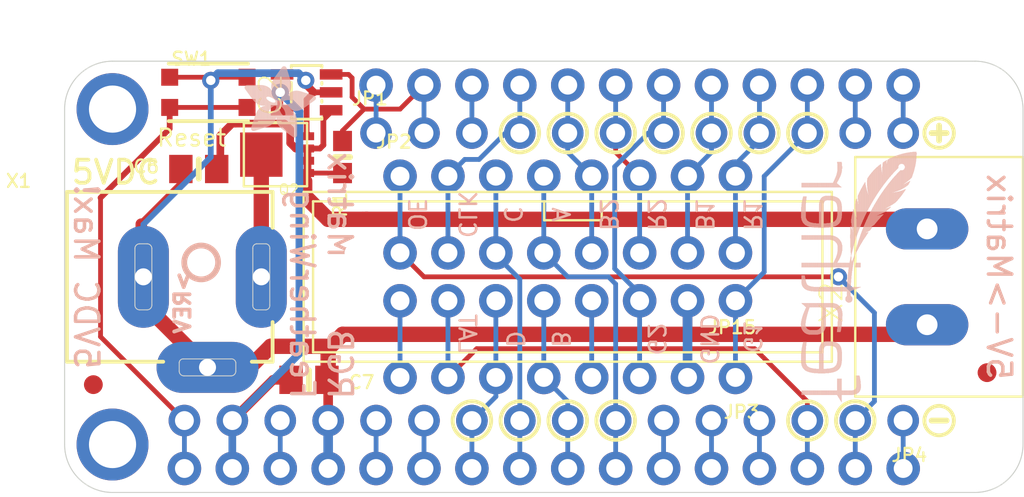
<source format=kicad_pcb>
(kicad_pcb (version 20211014) (generator pcbnew)
  (layers (0 "F.Cu" signal) (31 "B.Cu" signal) (34 "B.Paste" user) (35 "F.Paste" user) (36 "B.SilkS" user "B.Silkscreen") (37 "F.SilkS" user "F.Silkscreen") (38 "B.Mask" user) (39 "F.Mask" user) (44 "Edge.Cuts" user))
  (net 0 "")
  (net 1 "MISO")
  (net 2 "MOSI")
  (net 3 "SCK")
  (net 4 "RESET")
  (net 5 "VBAT")
  (net 6 "USB")
  (net 7 "SCL")
  (net 8 "SDA")
  (net 9 "GND")
  (net 10 "EN")
  (net 11 "G")
  (net 12 "AREF")
  (net 13 "A1")
  (net 14 "A0")
  (net 15 "R1")
  (net 16 "B1")
  (net 17 "R2")
  (net 18 "B2")
  (net 19 "ADDR_A")
  (net 20 "ADDR_C")
  (net 21 "LAT")
  (net 22 "G1")
  (net 23 "E'")
  (net 24 "E''")
  (net 25 "+5V")
  (net 26 "ADDR_B")
  (net 27 "CLK")
  (net 28 "OE")
  (net 29 "G2")
  (net 30 "ADDR_D")
  (net 31 "+3V3")
  (net 32 "VIN")
  (footprint "boardEagle:DCJACK_2MM_PTH" (layer "F.Cu") (at 119.9261 105.0036)
    (fp_text reference "X1" (at 0 -5.08) (layer "F.SilkS") (effects (font (size 0.692831 0.692831) (thickness 0.119969)) (justify left)))
    (fp_text value "")
    (fp_line (start 9.25 4.9992) (end 9.25 4.55) (layer "Edge.Cuts") (width 0.05))
    (fp_line (start 13.35 -1.75) (end 13.85 -1.75) (layer "Edge.Cuts") (width 0.05))
    (fp_line (start 7.5492 1.75) (end 7.1508 1.75) (layer "Edge.Cuts") (width 0.05))
    (fp_line (start 7.1508 -1.75) (end 7.5492 -1.75) (layer "Edge.Cuts") (width 0.05))
    (fp_line (start 13.1508 1.5) (end 13.1508 -1.5) (layer "Edge.Cuts") (width 0.05))
    (fp_line (start 13.85 1.75) (end 13.35 1.75) (layer "Edge.Cuts") (width 0.05))
    (fp_line (start 7.7992 -1.5) (end 7.7992 1.5) (layer "Edge.Cuts") (width 0.05))
    (fp_line (start 14.0492 -1.5) (end 14.0492 1.5) (layer "Edge.Cuts") (width 0.05))
    (fp_line (start 12.25 4.55) (end 12.25 4.9992) (layer "Edge.Cuts") (width 0.05))
    (fp_line (start 12 5.2492) (end 9.5 5.2492) (layer "Edge.Cuts") (width 0.05))
    (fp_line (start 6.9008 1.5) (end 6.9008 -1.5) (layer "Edge.Cuts") (width 0.05))
    (fp_line (start 9.4746 4.3508) (end 11.9746 4.3508) (layer "Edge.Cuts") (width 0.05))
    (fp_arc (start 12.25 4.9992) (mid 12.176777 5.175977) (end 12 5.2492) (layer "Edge.Cuts") (width 0.05))
    (fp_arc (start 14.0492 1.5) (mid 14.001377 1.666256) (end 13.85 1.75) (layer "Edge.Cuts") (width 0.05))
    (fp_arc (start 13.35 1.75) (mid 13.198623 1.666256) (end 13.1508 1.5) (layer "Edge.Cuts") (width 0.05))
    (fp_arc (start 13.1508 -1.5) (mid 13.198623 -1.666256) (end 13.35 -1.75) (layer "Edge.Cuts") (width 0.05))
    (fp_arc (start 7.5492 -1.75) (mid 7.725977 -1.676777) (end 7.7992 -1.5) (layer "Edge.Cuts") (width 0.05))
    (fp_arc (start 9.5 5.2492) (mid 9.323223 5.175977) (end 9.25 4.9992) (layer "Edge.Cuts") (width 0.05))
    (fp_arc (start 9.25 4.55) (mid 9.321044 4.403884) (end 9.4746 4.3508) (layer "Edge.Cuts") (width 0.05))
    (fp_arc (start 7.7992 1.5) (mid 7.725977 1.676777) (end 7.5492 1.75) (layer "Edge.Cuts") (width 0.05))
    (fp_arc (start 13.85 -1.75) (mid 14.001377 -1.666256) (end 14.0492 -1.5) (layer "Edge.Cuts") (width 0.05))
    (fp_arc (start 11.9746 4.3508) (mid 12.153556 4.393363) (end 12.25 4.55) (layer "Edge.Cuts") (width 0.05))
    (fp_arc (start 7.1508 1.75) (mid 6.974023 1.676777) (end 6.9008 1.5) (layer "Edge.Cuts") (width 0.05))
    (fp_arc (start 6.9008 -1.5) (mid 6.974023 -1.676777) (end 7.1508 -1.75) (layer "Edge.Cuts") (width 0.05))
    (pad "GND" thru_hole oval (at 7.35 0 270) (size 5.4 2.7) (drill 0.9) (layers *.Cu *.Mask) (net 9 "GND"))
    (pad "GNDBREAK" thru_hole oval (at 10.75 4.8) (size 5.4 2.7) (drill 0.9) (layers *.Cu *.Mask) (net 9 "GND"))
    (pad "PWR" thru_hole oval (at 13.6 0 270) (size 5.4 2.7) (drill 0.9) (layers *.Cu *.Mask) (net 32 "VIN"))
  )
  (footprint "boardEagle:SYMBOL_PLUS" (layer "F.Cu") (at 169.4561 97.3836)
    (fp_text reference "U$1" hide)
    (fp_text value "" hide)
  )
  (footprint "" (layer "F.Cu") (at 138.3411 103.7336)
    (fp_text reference "@HOLE0" hide)
    (fp_text value "" (at 0 0) (layer "F.SilkS") (effects (font (size 1.27 1.27))))
    (pad "" np_thru_hole circle (at 0 0) (size 0.8 0.8) (drill 0.8) (layers *.Cu *.Mask))
  )
  (footprint "boardEagle:0603-NO" (layer "F.Cu") (at 137.8331 98.6536 -90)
    (fp_text reference "R1" (at 1.778 0.127 90) (layer "F.SilkS") (effects (font (size 0.692831 0.692831) (thickness 0.119969)) (justify right)))
    (fp_text value "100K")
    (pad "1" smd rect (at -0.85 0 270) (size 1.075 1) (layers "F.Cu" "F.Paste" "F.Mask") (net 10 "EN"))
    (pad "2" smd rect (at 0.85 0 270) (size 1.075 1) (layers "F.Cu" "F.Paste" "F.Mask") (net 25 "+5V"))
  )
  (footprint "boardEagle:POWERDI3333" (layer "F.Cu") (at 134.2771 98.5266 180)
    (fp_text reference "Q2" (at -1.3 -1.85) (layer "F.SilkS") (effects (font (size 0.545226 0.545226) (thickness 0.064374)) (justify right)))
    (fp_text value "AON7401")
    (pad "1" smd rect (at -1.7 -0.975 180) (size 0.7 0.42) (layers "F.Cu" "F.Paste" "F.Mask") (net 25 "+5V"))
    (pad "2" smd rect (at -1.7 -0.325 180) (size 0.7 0.42) (layers "F.Cu" "F.Paste" "F.Mask") (net 25 "+5V"))
    (pad "3" smd rect (at -1.7 0.325 180) (size 0.7 0.42) (layers "F.Cu" "F.Paste" "F.Mask") (net 25 "+5V"))
    (pad "4" smd rect (at -1.7 0.975 180) (size 0.7 0.42) (layers "F.Cu" "F.Paste" "F.Mask") (net 9 "GND"))
    (pad "5678" smd rect (at 0.75 0 90) (size 2.35 2.25) (layers "F.Cu" "F.Paste" "F.Mask") (net 32 "VIN"))
  )
  (footprint "boardEagle:2X08_SHROUDED" (layer "F.Cu") (at 149.7711 105.0036 180)
    (fp_text reference "JP15" (at -10.06 -2.675) (layer "F.SilkS") (effects (font (size 0.692831 0.692831) (thickness 0.119969)) (justify right)))
    (fp_text value "Shrouded 2x8")
    (pad "1" thru_hole circle (at -8.89 1.27 180) (size 1.778 1.778) (drill 1) (layers *.Cu *.Mask) (net 15 "R1"))
    (pad "2" thru_hole circle (at -8.89 -1.27 180) (size 1.778 1.778) (drill 1) (layers *.Cu *.Mask) (net 22 "G1"))
    (pad "3" thru_hole circle (at -6.35 1.27 180) (size 1.778 1.778) (drill 1) (layers *.Cu *.Mask) (net 16 "B1"))
    (pad "4" thru_hole circle (at -6.35 -1.27 180) (size 1.778 1.778) (drill 1) (layers *.Cu *.Mask) (net 9 "GND"))
    (pad "5" thru_hole circle (at -3.81 1.27 180) (size 1.778 1.778) (drill 1) (layers *.Cu *.Mask) (net 17 "R2"))
    (pad "6" thru_hole circle (at -3.81 -1.27 180) (size 1.778 1.778) (drill 1) (layers *.Cu *.Mask) (net 29 "G2"))
    (pad "7" thru_hole circle (at -1.27 1.27 180) (size 1.778 1.778) (drill 1) (layers *.Cu *.Mask) (net 18 "B2"))
    (pad "8" thru_hole circle (at -1.27 -1.27 180) (size 1.778 1.778) (drill 1) (layers *.Cu *.Mask) (net 23 "E'"))
    (pad "9" thru_hole circle (at 1.27 1.27 180) (size 1.778 1.778) (drill 1) (layers *.Cu *.Mask) (net 19 "ADDR_A"))
    (pad "10" thru_hole circle (at 1.27 -1.27 180) (size 1.778 1.778) (drill 1) (layers *.Cu *.Mask) (net 26 "ADDR_B"))
    (pad "11" thru_hole circle (at 3.81 1.27 180) (size 1.778 1.778) (drill 1) (layers *.Cu *.Mask) (net 20 "ADDR_C"))
    (pad "12" thru_hole circle (at 3.81 -1.27 180) (size 1.778 1.778) (drill 1) (layers *.Cu *.Mask) (net 30 "ADDR_D"))
    (pad "13" thru_hole circle (at 6.35 1.27 180) (size 1.778 1.778) (drill 1) (layers *.Cu *.Mask) (net 27 "CLK"))
    (pad "14" thru_hole circle (at 6.35 -1.27 180) (size 1.778 1.778) (drill 1) (layers *.Cu *.Mask) (net 21 "LAT"))
    (pad "15" thru_hole circle (at 8.89 1.27 180) (size 1.778 1.778) (drill 1) (layers *.Cu *.Mask) (net 28 "OE"))
    (pad "16" thru_hole circle (at 8.89 -1.27 180) (size 1.778 1.778) (drill 1) (layers *.Cu *.Mask) (net 24 "E''"))
  )
  (footprint "boardEagle:0805-NO" (layer "F.Cu") (at 130.2131 99.2886 180)
    (fp_text reference "C6" (at 2.032 0.127) (layer "F.SilkS") (effects (font (size 0.692831 0.692831) (thickness 0.119969)) (justify right)))
    (fp_text value "10uF")
    (pad "1" smd rect (at -0.95 0 180) (size 1.24 1.5) (layers "F.Cu" "F.Paste" "F.Mask") (net 25 "+5V"))
    (pad "2" smd rect (at 0.95 0 180) (size 1.24 1.5) (layers "F.Cu" "F.Paste" "F.Mask") (net 9 "GND"))
  )
  (footprint "boardEagle:0805-NO" (layer "F.Cu") (at 136.0551 110.4646)
    (fp_text reference "C7" (at 2.032 0.127) (layer "F.SilkS") (effects (font (size 0.692831 0.692831) (thickness 0.119969)) (justify left)))
    (fp_text value "10uF")
    (pad "1" smd rect (at -0.95 0) (size 1.24 1.5) (layers "F.Cu" "F.Paste" "F.Mask") (net 31 "+3V3"))
    (pad "2" smd rect (at 0.95 0) (size 1.24 1.5) (layers "F.Cu" "F.Paste" "F.Mask") (net 9 "GND"))
  )
  (footprint "boardEagle:1X08_ROUND_70" (layer "F.Cu") (at 149.7711 99.6696)
    (fp_text reference "JP2" (at -10.2362 -1.8288) (layer "F.SilkS") (effects (font (size 0.692831 0.692831) (thickness 0.119969)) (justify left)))
    (fp_text value "")
    (pad "1" thru_hole circle (at -8.89 0 90) (size 1.778 1.778) (drill 1) (layers *.Cu *.Mask) (net 28 "OE"))
    (pad "2" thru_hole circle (at -6.35 0 90) (size 1.778 1.778) (drill 1) (layers *.Cu *.Mask) (net 27 "CLK"))
    (pad "3" thru_hole circle (at -3.81 0 90) (size 1.778 1.778) (drill 1) (layers *.Cu *.Mask) (net 20 "ADDR_C"))
    (pad "4" thru_hole circle (at -1.27 0 90) (size 1.778 1.778) (drill 1) (layers *.Cu *.Mask) (net 19 "ADDR_A"))
    (pad "5" thru_hole circle (at 1.27 0 90) (size 1.778 1.778) (drill 1) (layers *.Cu *.Mask) (net 18 "B2"))
    (pad "6" thru_hole circle (at 3.81 0 90) (size 1.778 1.778) (drill 1) (layers *.Cu *.Mask) (net 17 "R2"))
    (pad "7" thru_hole circle (at 6.35 0 90) (size 1.778 1.778) (drill 1) (layers *.Cu *.Mask) (net 16 "B1"))
    (pad "8" thru_hole circle (at 8.89 0 90) (size 1.778 1.778) (drill 1) (layers *.Cu *.Mask) (net 15 "R1"))
  )
  (footprint "boardEagle:1X08_ROUND_70" (layer "F.Cu") (at 149.7711 110.3376 180)
    (fp_text reference "JP3" (at -10.2362 -1.8288) (layer "F.SilkS") (effects (font (size 0.692831 0.692831) (thickness 0.119969)) (justify right)))
    (fp_text value "")
    (pad "1" thru_hole circle (at -8.89 0 270) (size 1.778 1.778) (drill 1) (layers *.Cu *.Mask) (net 22 "G1"))
    (pad "2" thru_hole circle (at -6.35 0 270) (size 1.778 1.778) (drill 1) (layers *.Cu *.Mask) (net 9 "GND"))
    (pad "3" thru_hole circle (at -3.81 0 270) (size 1.778 1.778) (drill 1) (layers *.Cu *.Mask) (net 29 "G2"))
    (pad "4" thru_hole circle (at -1.27 0 270) (size 1.778 1.778) (drill 1) (layers *.Cu *.Mask) (net 23 "E'"))
    (pad "5" thru_hole circle (at 1.27 0 270) (size 1.778 1.778) (drill 1) (layers *.Cu *.Mask) (net 26 "ADDR_B"))
    (pad "6" thru_hole circle (at 3.81 0 270) (size 1.778 1.778) (drill 1) (layers *.Cu *.Mask) (net 30 "ADDR_D"))
    (pad "7" thru_hole circle (at 6.35 0 270) (size 1.778 1.778) (drill 1) (layers *.Cu *.Mask) (net 21 "LAT"))
    (pad "8" thru_hole circle (at 8.89 0 270) (size 1.778 1.778) (drill 1) (layers *.Cu *.Mask) (net 24 "E''"))
  )
  (footprint "boardEagle:FEATHERWING" (layer "F.Cu") (at 123.1011 116.4336)
    (fp_text reference "MS1" hide)
    (fp_text value "FEATHERWING" hide)
    (fp_line (start 2.54 0) (end 48.26 0) (layer "Edge.Cuts") (width 0.05))
    (fp_line (start 50.8 -2.54) (end 50.8 -20.32) (layer "Edge.Cuts") (width 0.05))
    (fp_line (start 48.26 -22.86) (end 2.54 -22.86) (layer "Edge.Cuts") (width 0.05))
    (fp_line (start 0 -20.32) (end 0 -2.54) (layer "Edge.Cuts") (width 0.05))
    (fp_arc (start 2.54 0) (mid 0.743949 -0.743949) (end 0 -2.54) (layer "Edge.Cuts") (width 0.05))
    (fp_arc (start 0 -20.32) (mid 0.743949 -22.116051) (end 2.54 -22.86) (layer "Edge.Cuts") (width 0.05))
    (fp_arc (start 50.8 -2.54) (mid 50.056051 -0.743949) (end 48.26 0) (layer "Edge.Cuts") (width 0.05))
    (fp_arc (start 48.26 -22.86) (mid 50.056051 -22.116051) (end 50.8 -20.32) (layer "Edge.Cuts") (width 0.05))
    (pad "" np_thru_hole circle (at 48.26 -20.32) (size 2.54 2.54) (drill 2.54) (layers *.Cu *.Mask))
    (pad "" np_thru_hole circle (at 48.26 -2.54) (size 2.54 2.54) (drill 2.54) (layers *.Cu *.Mask))
    (pad "1" thru_hole circle (at 6.35 -1.27) (size 1.778 1.778) (drill 1) (layers *.Cu *.Mask) (net 4 "RESET"))
    (pad "2" thru_hole circle (at 8.89 -1.27) (size 1.778 1.778) (drill 1) (layers *.Cu *.Mask) (net 31 "+3V3"))
    (pad "3" thru_hole circle (at 11.43 -1.27) (size 1.778 1.778) (drill 1) (layers *.Cu *.Mask) (net 12 "AREF"))
    (pad "4" thru_hole circle (at 13.97 -1.27) (size 1.778 1.778) (drill 1) (layers *.Cu *.Mask) (net 9 "GND"))
    (pad "5" thru_hole circle (at 16.51 -1.27) (size 1.778 1.778) (drill 1) (layers *.Cu *.Mask) (net 14 "A0"))
    (pad "6" thru_hole circle (at 19.05 -1.27) (size 1.778 1.778) (drill 1) (layers *.Cu *.Mask) (net 13 "A1"))
    (pad "7" thru_hole circle (at 21.59 -1.27) (size 1.778 1.778) (drill 1) (layers *.Cu *.Mask) (net 30 "ADDR_D"))
    (pad "8" thru_hole circle (at 24.13 -1.27) (size 1.778 1.778) (drill 1) (layers *.Cu *.Mask) (net 20 "ADDR_C"))
    (pad "9" thru_hole circle (at 26.67 -1.27) (size 1.778 1.778) (drill 1) (layers *.Cu *.Mask) (net 26 "ADDR_B"))
    (pad "10" thru_hole circle (at 29.21 -1.27) (size 1.778 1.778) (drill 1) (layers *.Cu *.Mask) (net 19 "ADDR_A"))
    (pad "11" thru_hole circle (at 31.75 -1.27) (size 1.778 1.778) (drill 1) (layers *.Cu *.Mask) (net 3 "SCK"))
    (pad "12" thru_hole circle (at 34.29 -1.27) (size 1.778 1.778) (drill 1) (layers *.Cu *.Mask) (net 2 "MOSI"))
    (pad "13" thru_hole circle (at 36.83 -1.27) (size 1.778 1.778) (drill 1) (layers *.Cu *.Mask) (net 1 "MISO"))
    (pad "14" thru_hole circle (at 39.37 -1.27) (size 1.778 1.778) (drill 1) (layers *.Cu *.Mask) (net 21 "LAT"))
    (pad "15" thru_hole circle (at 41.91 -1.27) (size 1.778 1.778) (drill 1) (layers *.Cu *.Mask) (net 28 "OE"))
    (pad "16" thru_hole circle (at 44.45 -1.27) (size 1.778 1.778) (drill 1) (layers *.Cu *.Mask) (net 11 "G"))
    (pad "17" thru_hole circle (at 44.45 -21.59) (size 1.778 1.778) (drill 1) (layers *.Cu *.Mask) (net 8 "SDA"))
    (pad "18" thru_hole circle (at 41.91 -21.59) (size 1.778 1.778) (drill 1) (layers *.Cu *.Mask) (net 7 "SCL"))
    (pad "19" thru_hole circle (at 39.37 -21.59) (size 1.778 1.778) (drill 1) (layers *.Cu *.Mask) (net 22 "G1"))
    (pad "20" thru_hole circle (at 36.83 -21.59) (size 1.778 1.778) (drill 1) (layers *.Cu *.Mask) (net 15 "R1"))
    (pad "21" thru_hole circle (at 34.29 -21.59) (size 1.778 1.778) (drill 1) (layers *.Cu *.Mask) (net 16 "B1"))
    (pad "22" thru_hole circle (at 31.75 -21.59) (size 1.778 1.778) (drill 1) (layers *.Cu *.Mask) (net 29 "G2"))
    (pad "23" thru_hole circle (at 29.21 -21.59) (size 1.778 1.778) (drill 1) (layers *.Cu *.Mask) (net 17 "R2"))
    (pad "24" thru_hole circle (at 26.67 -21.59) (size 1.778 1.778) (drill 1) (layers *.Cu *.Mask) (net 18 "B2"))
    (pad "25" thru_hole circle (at 24.13 -21.59) (size 1.778 1.778) (drill 1) (layers *.Cu *.Mask) (net 27 "CLK"))
    (pad "26" thru_hole circle (at 21.59 -21.59) (size 1.778 1.778) (drill 1) (layers *.Cu *.Mask) (net 6 "USB"))
    (pad "27" thru_hole circle (at 19.05 -21.59) (size 1.778 1.778) (drill 1) (layers *.Cu *.Mask) (net 10 "EN"))
    (pad "28" thru_hole circle (at 16.51 -21.59) (size 1.778 1.778) (drill 1) (layers *.Cu *.Mask) (net 5 "VBAT"))
    (pad "P$1" thru_hole circle (at 2.54 -20.32) (size 3.81 3.81) (drill 2.5) (layers *.Cu *.Mask))
    (pad "P$2" thru_hole circle (at 2.54 -2.54) (size 3.81 3.81) (drill 2.5) (layers *.Cu *.Mask))
  )
  (footprint "boardEagle:BTN_KMR2_4.6X2.8" (layer "F.Cu") (at 130.7211 95.2246)
    (fp_text reference "SW1" (at -2.032 -1.778) (layer "F.SilkS") (effects (font (size 0.692831 0.692831) (thickness 0.119969)) (justify left)))
    (fp_text value "KMR2")
    (pad "A" smd rect (at 2.05 -0.8) (size 0.9 0.9) (layers "F.Cu" "F.Paste" "F.Mask") (net 9 "GND"))
    (pad "A'" smd rect (at -2.05 -0.8) (size 0.9 0.9) (layers "F.Cu" "F.Paste" "F.Mask") (net 9 "GND"))
    (pad "B" smd rect (at 2.05 0.8) (size 0.9 0.9) (layers "F.Cu" "F.Paste" "F.Mask") (net 4 "RESET"))
    (pad "B'" smd rect (at -2.05 0.8) (size 0.9 0.9) (layers "F.Cu" "F.Paste" "F.Mask") (net 4 "RESET"))
  )
  (footprint "boardEagle:1X16_ROUND" (layer "F.Cu") (at 148.5011 112.6236 180)
    (fp_text reference "JP4" (at -20.3962 -1.8288) (layer "F.SilkS") (effects (font (size 0.692831 0.692831) (thickness 0.119969)) (justify right)))
    (fp_text value "")
    (pad "1" thru_hole circle (at -19.05 0 270) (size 1.6764 1.6764) (drill 1) (layers *.Cu *.Mask) (net 11 "G"))
    (pad "2" thru_hole circle (at -16.51 0 270) (size 1.6764 1.6764) (drill 1) (layers *.Cu *.Mask) (net 28 "OE"))
    (pad "3" thru_hole circle (at -13.97 0 270) (size 1.6764 1.6764) (drill 1) (layers *.Cu *.Mask) (net 21 "LAT"))
    (pad "4" thru_hole circle (at -11.43 0 270) (size 1.6764 1.6764) (drill 1) (layers *.Cu *.Mask) (net 1 "MISO"))
    (pad "5" thru_hole circle (at -8.89 0 270) (size 1.6764 1.6764) (drill 1) (layers *.Cu *.Mask) (net 2 "MOSI"))
    (pad "6" thru_hole circle (at -6.35 0 270) (size 1.6764 1.6764) (drill 1) (layers *.Cu *.Mask) (net 3 "SCK"))
    (pad "7" thru_hole circle (at -3.81 0 270) (size 1.6764 1.6764) (drill 1) (layers *.Cu *.Mask) (net 19 "ADDR_A"))
    (pad "8" thru_hole circle (at -1.27 0 270) (size 1.6764 1.6764) (drill 1) (layers *.Cu *.Mask) (net 26 "ADDR_B"))
    (pad "9" thru_hole circle (at 1.27 0 270) (size 1.6764 1.6764) (drill 1) (layers *.Cu *.Mask) (net 20 "ADDR_C"))
    (pad "10" thru_hole circle (at 3.81 0 270) (size 1.6764 1.6764) (drill 1) (layers *.Cu *.Mask) (net 30 "ADDR_D"))
    (pad "11" thru_hole circle (at 6.35 0 270) (size 1.6764 1.6764) (drill 1) (layers *.Cu *.Mask) (net 13 "A1"))
    (pad "12" thru_hole circle (at 8.89 0 270) (size 1.6764 1.6764) (drill 1) (layers *.Cu *.Mask) (net 14 "A0"))
    (pad "13" thru_hole circle (at 11.43 0 270) (size 1.6764 1.6764) (drill 1) (layers *.Cu *.Mask) (net 9 "GND"))
    (pad "14" thru_hole circle (at 13.97 0 270) (size 1.6764 1.6764) (drill 1) (layers *.Cu *.Mask) (net 12 "AREF"))
    (pad "15" thru_hole circle (at 16.51 0 270) (size 1.6764 1.6764) (drill 1) (layers *.Cu *.Mask) (net 31 "+3V3"))
    (pad "16" thru_hole circle (at 19.05 0 270) (size 1.6764 1.6764) (drill 1) (layers *.Cu *.Mask) (net 4 "RESET"))
  )
  (footprint "boardEagle:SOT23-5L" (layer "F.Cu") (at 135.9281 95.2246 90)
    (fp_text reference "IC2" (at -1.905 -1.905 90) (layer "F.SilkS") (effects (font (size 1.176528 1.176528) (thickness 0.093472)) (justify left)))
    (fp_text value "AP2112K-3.3")
    (pad "1" smd rect (at -0.95 1.3 90) (size 0.55 1.2) (layers "F.Cu" "F.Paste" "F.Mask") (net 25 "+5V"))
    (pad "2" smd rect (at 0 1.3 90) (size 0.55 1.2) (layers "F.Cu" "F.Paste" "F.Mask") (net 9 "GND"))
    (pad "3" smd rect (at 0.95 1.3 90) (size 0.55 1.2) (layers "F.Cu" "F.Paste" "F.Mask") (net 10 "EN"))
    (pad "4" smd rect (at 0.95 -1.3 90) (size 0.55 1.2) (layers "F.Cu" "F.Paste" "F.Mask"))
    (pad "5" smd rect (at -0.95 -1.3 90) (size 0.55 1.2) (layers "F.Cu" "F.Paste" "F.Mask") (net 31 "+3V3"))
  )
  (footprint "boardEagle:SYMBOL_MINUS" (layer "F.Cu") (at 169.4561 112.6236)
    (fp_text reference "U$6" hide)
    (fp_text value "" hide)
  )
  (footprint "boardEagle:FIDUCIAL_1MM" (layer "F.Cu") (at 124.6251 110.7186)
    (fp_text reference "FID3" hide)
    (fp_text value "FIDUCIAL_1MM" hide)
    (pad "1" smd roundrect (at 0 0) (size 1 1) (layers "F.Cu" "F.Mask") (roundrect_rratio 0.5))
  )
  (footprint "" (layer "F.Cu") (at 161.2011 103.7336)
    (fp_text reference "@HOLE2" hide)
    (fp_text value "" (at 0 0) (layer "F.SilkS") (effects (font (size 1.27 1.27))))
    (pad "" np_thru_hole circle (at 0 0) (size 0.8 0.8) (drill 0.8) (layers *.Cu *.Mask))
  )
  (footprint "boardEagle:TERMBLOCK_508_1X2" (layer "F.Cu") (at 168.8211 105.0036 90)
    (fp_text reference "X2" (at -2.54 -5.08 90) (layer "F.SilkS") (effects (font (size 1.176528 1.176528) (thickness 0.093472)) (justify left)))
    (fp_text value "" hide)
    (pad "P$3" thru_hole oval (at -2.54 0 180) (size 4.3688 2.1844) (drill 1.1) (layers *.Cu *.Mask) (net 9 "GND"))
    (pad "P$4" thru_hole oval (at 2.54 0 180) (size 4.3688 2.1844) (drill 1.1) (layers *.Cu *.Mask) (net 25 "+5V"))
  )
  (footprint "" (layer "F.Cu") (at 138.3411 106.2736)
    (fp_text reference "@HOLE1" hide)
    (fp_text value "" (at 0 0) (layer "F.SilkS") (effects (font (size 1.27 1.27))))
    (pad "" np_thru_hole circle (at 0 0) (size 0.8 0.8) (drill 0.8) (layers *.Cu *.Mask))
  )
  (footprint "boardEagle:1X12_ROUND" (layer "F.Cu") (at 153.5811 97.3836)
    (fp_text reference "JP1" (at -15.3162 -1.8288) (layer "F.SilkS") (effects (font (size 0.692831 0.692831) (thickness 0.119969)) (justify left)))
    (fp_text value "")
    (pad "1" thru_hole circle (at -13.97 0 90) (size 1.6764 1.6764) (drill 1) (layers *.Cu *.Mask) (net 5 "VBAT"))
    (pad "2" thru_hole circle (at -11.43 0 90) (size 1.6764 1.6764) (drill 1) (layers *.Cu *.Mask) (net 10 "EN"))
    (pad "3" thru_hole circle (at -8.89 0 90) (size 1.6764 1.6764) (drill 1) (layers *.Cu *.Mask) (net 6 "USB"))
    (pad "4" thru_hole circle (at -6.35 0 90) (size 1.6764 1.6764) (drill 1) (layers *.Cu *.Mask) (net 27 "CLK"))
    (pad "5" thru_hole circle (at -3.81 0 90) (size 1.6764 1.6764) (drill 1) (layers *.Cu *.Mask) (net 18 "B2"))
    (pad "6" thru_hole circle (at -1.27 0 90) (size 1.6764 1.6764) (drill 1) (layers *.Cu *.Mask) (net 17 "R2"))
    (pad "7" thru_hole circle (at 1.27 0 90) (size 1.6764 1.6764) (drill 1) (layers *.Cu *.Mask) (net 29 "G2"))
    (pad "8" thru_hole circle (at 3.81 0 90) (size 1.6764 1.6764) (drill 1) (layers *.Cu *.Mask) (net 16 "B1"))
    (pad "9" thru_hole circle (at 6.35 0 90) (size 1.6764 1.6764) (drill 1) (layers *.Cu *.Mask) (net 15 "R1"))
    (pad "10" thru_hole circle (at 8.89 0 90) (size 1.6764 1.6764) (drill 1) (layers *.Cu *.Mask) (net 22 "G1"))
    (pad "11" thru_hole circle (at 11.43 0 90) (size 1.6764 1.6764) (drill 1) (layers *.Cu *.Mask) (net 7 "SCL"))
    (pad "12" thru_hole circle (at 13.97 0 90) (size 1.6764 1.6764) (drill 1) (layers *.Cu *.Mask) (net 8 "SDA"))
  )
  (footprint "boardEagle:FIDUCIAL_1MM" (layer "F.Cu") (at 171.9961 110.0836)
    (fp_text reference "FID1" hide)
    (fp_text value "FIDUCIAL_1MM" hide)
    (pad "1" smd roundrect (at 0 0) (size 1 1) (layers "F.Cu" "F.Mask") (roundrect_rratio 0.5))
  )
  (footprint "" (layer "F.Cu") (at 161.2011 106.2736)
    (fp_text reference "@HOLE3" hide)
    (fp_text value "" (at 0 0) (layer "F.SilkS") (effects (font (size 1.27 1.27))))
    (pad "" np_thru_hole circle (at 0 0) (size 0.8 0.8) (drill 0.8) (layers *.Cu *.Mask))
  )
  (footprint "boardEagle:ADAFRUIT_3.5MM" (layer "B.Cu") (at 132.6261 97.6376 90)
    (fp_text reference "U$7" hide)
    (fp_text value "" hide)
  )
  (footprint "boardEagle:PCBFEAT-REV-040" (layer "B.Cu") (at 130.3401 104.2416 90)
    (fp_text reference "U$2" hide)
    (fp_text value "" hide)
    (fp_text user ">REV" (at -0.3556 -0.508 270) (layer "B.SilkS") (effects (font (size 0.8128 0.8128) (thickness 0.2032)) (justify left bottom mirror)))
  )
  (footprint "boardEagle:FEATHERLOGO_SMALL" (layer "B.Cu") (at 162.0901 111.7346 90)
    (fp_text reference "U$3" hide)
    (fp_text value "" hide)
  )
  (gr_circle (center 147.2311 97.3836) (end 148.255006 97.3836) (layer "F.SilkS") (width 0.2032) (fill none))
  (gr_circle (center 147.2311 112.6236) (end 148.255006 112.6236) (layer "F.SilkS") (width 0.2032) (fill none))
  (gr_circle (center 162.4711 97.3836) (end 163.495006 97.3836) (layer "F.SilkS") (width 0.2032) (fill none))
  (gr_circle (center 149.7711 97.3836) (end 150.795006 97.3836) (layer "F.SilkS") (width 0.2032) (fill none))
  (gr_circle (center 162.4711 112.6236) (end 163.495006 112.6236) (layer "F.SilkS") (width 0.2032) (fill none))
  (gr_circle (center 144.6911 112.6236) (end 145.715006 112.6236) (layer "F.SilkS") (width 0.2032) (fill none))
  (gr_circle (center 149.7711 112.6236) (end 150.795006 112.6236) (layer "F.SilkS") (width 0.2032) (fill none))
  (gr_circle (center 154.8511 97.3836) (end 155.875006 97.3836) (layer "F.SilkS") (width 0.2032) (fill none))
  (gr_circle (center 165.0111 112.6236) (end 166.035006 112.6236) (layer "F.SilkS") (width 0.2032) (fill none))
  (gr_circle (center 152.3111 97.3836) (end 153.335006 97.3836) (layer "F.SilkS") (width 0.2032) (fill none))
  (gr_circle (center 157.3911 97.3836) (end 158.415006 97.3836) (layer "F.SilkS") (width 0.2032) (fill none))
  (gr_circle (center 152.3111 112.6236) (end 153.335006 112.6236) (layer "F.SilkS") (width 0.2032) (fill none))
  (gr_circle (center 159.9311 97.3836) (end 160.955006 97.3836) (layer "F.SilkS") (width 0.2032) (fill none))
  (gr_arc (start 123.1011 96.1136) (mid 123.845049 94.317549) (end 125.6411 93.5736) (layer "Edge.Cuts") (width 0.05))
  (gr_line (start 123.1011 113.8936) (end 123.1011 96.1136) (layer "Edge.Cuts") (width 0.05))
  (gr_arc (start 125.6411 116.4336) (mid 123.845049 115.689651) (end 123.1011 113.8936) (layer "Edge.Cuts") (width 0.05))
  (gr_arc (start 173.9011 113.8936) (mid 173.157151 115.689651) (end 171.3611 116.4336) (layer "Edge.Cuts") (width 0.05))
  (gr_line (start 125.6411 93.5736) (end 171.3611 93.5736) (layer "Edge.Cuts") (width 0.05))
  (gr_line (start 171.3611 116.4336) (end 125.6411 116.4336) (layer "Edge.Cuts") (width 0.05))
  (gr_arc (start 171.3611 93.5736) (mid 173.157151 94.317549) (end 173.9011 96.1136) (layer "Edge.Cuts") (width 0.05))
  (gr_line (start 173.9011 96.1136) (end 173.9011 113.8936) (layer "Edge.Cuts") (width 0.05))
  (gr_text "5VDC Max!" (at 124.2441 105.0036 -90) (layer "B.SilkS") (effects (font (size 1.237488 1.237488) (thickness 0.184912)) (justify mirror)))
  (gr_text "R1" (at 159.5501 101.7016 -90) (layer "B.SilkS") (effects (font (size 0.88392 0.88392) (thickness 0.13208)) (justify mirror)))
  (gr_text "B2" (at 151.9301 101.7016 -90) (layer "B.SilkS") (effects (font (size 0.88392 0.88392) (thickness 0.13208)) (justify mirror)))
  (gr_text "LAT" (at 144.4371 108.0516 -90) (layer "B.SilkS") (effects (font (size 0.88392 0.88392) (thickness 0.13208)) (justify mirror)))
  (gr_text "R2" (at 154.4701 101.7016 -90) (layer "B.SilkS") (effects (font (size 0.88392 0.88392) (thickness 0.13208)) (justify mirror)))
  (gr_text "OE" (at 141.7701 101.7016 -90) (layer "B.SilkS") (effects (font (size 0.88392 0.88392) (thickness 0.13208)) (justify mirror)))
  (gr_text "5V->Matrix" (at 172.6311 105.0036 -90) (layer "B.SilkS") (effects (font (size 1.237488 1.237488) (thickness 0.184912)) (justify mirror)))
  (gr_text "C" (at 146.8501 101.7016 -90) (layer "B.SilkS") (effects (font (size 0.88392 0.88392) (thickness 0.13208)) (justify mirror)))
  (gr_text "B1" (at 157.0101 101.7016 -90) (layer "B.SilkS") (effects (font (size 0.88392 0.88392) (thickness 0.13208)) (justify mirror)))
  (gr_text "G2" (at 154.4701 108.3056 -90) (layer "B.SilkS") (effects (font (size 0.88392 0.88392) (thickness 0.13208)) (justify mirror)))
  (gr_text "D" (at 146.9771 108.3056 -90) (layer "B.SilkS") (effects (font (size 0.88392 0.88392) (thickness 0.13208)) (justify mirror)))
  (gr_text "CLK" (at 144.4371 101.7016 -90) (layer "B.SilkS") (effects (font (size 0.88392 0.88392) (thickness 0.13208)) (justify mirror)))
  (gr_text "RGB    Matrix\nFeatherWing" (at 136.6901 111.6076 -90) (layer "B.SilkS") (effects (font (size 1.237488 1.237488) (thickness 0.184912)) (justify left mirror)))
  (gr_text "G1" (at 159.5501 108.1786 -90) (layer "B.SilkS") (effects (font (size 0.88392 0.88392) (thickness 0.13208)) (justify mirror)))
  (gr_text "B" (at 149.3901 108.3056 -90) (layer "B.SilkS") (effects (font (size 0.88392 0.88392) (thickness 0.13208)) (justify mirror)))
  (gr_text "GND" (at 157.2641 108.3056 -90) (layer "B.SilkS") (effects (font (size 0.88392 0.88392) (thickness 0.13208)) (justify mirror)))
  (gr_text "A" (at 149.3901 101.7016 -90) (layer "B.SilkS") (effects (font (size 0.88392 0.88392) (thickness 0.13208)) (justify mirror)))
  (gr_text "Reset" (at 129.8321 97.6376) (layer "F.SilkS") (effects (font (size 0.89408 0.89408) (thickness 0.12192))))
  (gr_text "5VDC" (at 123.3551 100.1776) (layer "F.SilkS") (effects (font (size 1.223264 1.223264) (thickness 0.199136)) (justify left bottom)))
  (segment (start 159.9311 112.6236) (end 159.9311 115.1636) (width 0.254) (layer "B.Cu") (net 1))
  (segment (start 157.3911 112.6236) (end 157.3911 115.1636) (width 0.254) (layer "B.Cu") (net 2))
  (segment (start 154.8511 112.6236) (end 154.8511 115.1636) (width 0.254) (layer "B.Cu") (net 3))
  (segment (start 125.0061 100.8126) (end 128.6711 97.1476) (width 0.3048) (layer "F.Cu") (net 4))
  (segment (start 128.6711 96.0246) (end 132.7711 96.0246) (width 0.254) (layer "F.Cu") (net 4))
  (segment (start 129.4511 112.6236) (end 125.0061 108.1786) (width 0.254) (layer "F.Cu") (net 4))
  (segment (start 125.0061 108.1786) (end 125.0061 100.8126) (width 0.254) (layer "F.Cu") (net 4))
  (segment (start 128.6711 97.1476) (end 128.6711 96.0246) (width 0.3048) (layer "F.Cu") (net 4))
  (segment (start 129.4511 115.1636) (end 129.4511 112.6236) (width 0.254) (layer "B.Cu") (net 4))
  (segment (start 139.6111 94.8436) (end 139.6111 97.3836) (width 0.254) (layer "B.Cu") (net 5))
  (segment (start 144.6911 97.3836) (end 144.6911 94.8436) (width 0.254) (layer "B.Cu") (net 6))
  (segment (start 165.0111 97.3836) (end 165.0111 94.8436) (width 0.254) (layer "B.Cu") (net 7))
  (segment (start 167.5511 94.8436) (end 167.5511 97.3836) (width 0.254) (layer "B.Cu") (net 8))
  (segment (start 137.0711 110.5916) (end 137.0711 112.6236) (width 0.508) (layer "F.Cu") (net 9))
  (segment (start 156.1211 106.2736) (end 156.1211 108.0516) (width 0.508) (layer "F.Cu") (net 9))
  (segment (start 129.2631 99.2886) (end 129.2631 100.1116) (width 0.4064) (layer "F.Cu") (net 9))
  (segment (start 137.2281 95.2246) (end 136.3091 95.2246) (width 0.3048) (layer "F.Cu") (net 9))
  (segment (start 134.0231 108.6866) (end 136.9441 108.6866) (width 0.8128) (layer "F.Cu") (net 9))
  (segment (start 132.9691 94.4246) (end 132.7711 94.4246) (width 0.3048) (layer "F.Cu") (net 9))
  (segment (start 137.0051 110.4646) (end 137.0711 110.5306) (width 0.254) (layer "F.Cu") (net 9))
  (segment (start 137.0711 108.8136) (end 137.8331 108.0516) (width 0.8128) (layer "F.Cu") (net 9))
  (segment (start 132.9061 109.8036) (end 134.0231 108.6866) (width 0.8128) (layer "F.Cu") (net 9))
  (segment (start 135.9771 97.5516) (end 135.9771 97.4326) (width 0.3048) (layer "F.Cu") (net 9))
  (segment (start 127.2761 106.4036) (end 127.2761 105.7686) (width 0.8128) (layer "F.Cu") (net 9))
  (segment (start 137.0051 110.4646) (end 137.0711 110.3986) (width 0.508) (layer "F.Cu") (net 9))
  (segment (start 168.3131 108.0516) (end 156.1211 108.0516) (width 0.8128) (layer "F.Cu") (net 9))
  (segment (start 127.1651 102.2096) (end 129.2631 100.1116) (width 0.4064) (layer "F.Cu") (net 9))
  (segment (start 137.0711 110.5306) (end 137.0711 110.5916) (width 0.254) (layer "F.Cu") (net 9))
  (segment (start 130.6761 109.8036) (end 132.9061 109.8036) (width 0.8128) (layer "F.Cu") (net 9))
  (segment (start 136.3091 95.2246) (end 135.8845 94.8) (width 0.4064) (layer "F.Cu") (net 9))
  (segment (start 130.8481 94.4246) (end 130.8481 94.5896) (width 0.3048) (layer "F.Cu") (net 9))
  (segment (start 130.6761 109.8036) (end 127.2761 106.4036) (width 0.8128) (layer "F.Cu") (net 9))
  (segment (start 135.8845 94.8) (end 135.8845 94.5896) (width 0.4064) (layer "F.Cu") (net 9))
  (segment (start 156.1211 108.0516) (end 137.8331 108.0516) (width 0.8128) (layer "F.Cu") (net 9))
  (segment (start 127.2761 105.7686) (end 127.2761 105.0036) (width 0.6096) (layer "F.Cu") (net 9))
  (segment (start 137.0711 110.3986) (end 137.0711 108.8136) (width 0.8128) (layer "F.Cu") (net 9))
  (segment (start 136.3091 95.2246) (end 135.9281 95.6056) (width 0.3048) (layer "F.Cu") (net 9))
  (segment (start 135.9281 97.3836) (end 135.9281 95.6056) (width 0.3048) (layer "F.Cu") (net 9))
  (segment (start 128.6711 94.4246) (end 130.8481 94.4246) (width 0.254) (layer "F.Cu") (net 9))
  (segment (start 135.9771 97.4326) (end 135.9281 97.3836) (width 0.3048) (layer "F.Cu") (net 9))
  (segment (start 127.1651 104.8926) (end 127.1651 102.2096) (width 0.6096) (layer "F.Cu") (net 9))
  (segment (start 132.7711 94.4246) (end 130.8481 94.4246) (width 0.254) (layer "F.Cu") (net 9))
  (segment (start 168.8211 107.5436) (end 168.3131 108.0516) (width 0.8128) (layer "F.Cu") (net 9))
  (segment (start 135.8421 97.5516) (end 135.9771 97.5516) (width 0.3048) (layer "F.Cu") (net 9))
  (segment (start 136.9441 108.6866) (end 137.0711 108.8136) (width 0.6096) (layer "F.Cu") (net 9))
  (segment (start 127.2761 105.0036) (end 127.1651 104.8926) (width 0.6096) (layer "F.Cu") (net 9))
  (via (at 130.8481 94.5896) (size 0.9064) (drill 0.5) (layers "F.Cu" "B.Cu") (net 9))
  (via (at 135.8845 94.5896) (size 0.9064) (drill 0.5) (layers "F.Cu" "B.Cu") (net 9))
  (segment (start 156.1211 110.3376) (end 156.1211 106.2736) (width 0.508) (layer "B.Cu") (net 9))
  (segment (start 135.8845 94.5896) (end 135.5035 94.2086) (width 0.4064) (layer "B.Cu") (net 9))
  (segment (start 130.8481 98.656138) (end 130.8481 94.5896) (width 0.3048) (layer "B.Cu") (net 9))
  (segment (start 127.2333 104.9608) (end 127.2761 105.0036) (width 0.3048) (layer "B.Cu") (net 9))
  (segment (start 131.2291 94.2086) (end 130.8481 94.5896) (width 0.4064) (layer "B.Cu") (net 9))
  (segment (start 137.0711 115.1636) (end 137.0711 112.6236) (width 0.508) (layer "B.Cu") (net 9))
  (segment (start 127.2761 105.0036) (end 127.2761 102.228138) (width 0.3048) (layer "B.Cu") (net 9))
  (segment (start 127.2761 102.228138) (end 130.8481 98.656138) (width 0.3048) (layer "B.Cu") (net 9))
  (segment (start 135.5035 94.2086) (end 131.2291 94.2086) (width 0.4064) (layer "B.Cu") (net 9))
  (segment (start 137.8331 97.8036) (end 137.8331 97.2566) (width 0.254) (layer "F.Cu") (net 10))
  (segment (start 140.8811 96.1136) (end 138.9761 96.1136) (width 0.254) (layer "F.Cu") (net 10))
  (segment (start 138.9761 96.1136) (end 138.3411 95.4786) (width 0.254) (layer "F.Cu") (net 10))
  (segment (start 138.1531 94.2746) (end 137.2281 94.2746) (width 0.254) (layer "F.Cu") (net 10))
  (segment (start 137.8331 97.2566) (end 138.9761 96.1136) (width 0.254) (layer "F.Cu") (net 10))
  (segment (start 142.1511 94.8436) (end 140.8811 96.1136) (width 0.254) (layer "F.Cu") (net 10))
  (segment (start 138.3411 94.4626) (end 138.1531 94.2746) (width 0.254) (layer "F.Cu") (net 10))
  (segment (start 138.3411 95.4786) (end 138.3411 94.4626) (width 0.254) (layer "F.Cu") (net 10))
  (segment (start 142.1511 97.3836) (end 142.1511 94.8436) (width 0.254) (layer "B.Cu") (net 10))
  (segment (start 167.5511 112.6236) (end 167.5511 115.1636) (width 0.254) (layer "B.Cu") (net 11))
  (segment (start 134.5311 112.6236) (end 134.5311 115.1636) (width 0.254) (layer "B.Cu") (net 12))
  (segment (start 142.1511 112.6236) (end 142.1511 115.1636) (width 0.254) (layer "B.Cu") (net 13))
  (segment (start 139.6111 112.6236) (end 139.6111 115.1636) (width 0.254) (layer "B.Cu") (net 14))
  (segment (start 159.9311 97.3836) (end 159.9311 94.8436) (width 0.254) (layer "B.Cu") (net 15))
  (segment (start 158.6611 103.7336) (end 158.6611 99.6696) (width 0.254) (layer "B.Cu") (net 15))
  (segment (start 159.9311 97.7646) (end 159.9311 97.3836) (width 0.254) (layer "B.Cu") (net 15))
  (segment (start 158.6611 99.0346) (end 159.9311 97.7646) (width 0.254) (layer "B.Cu") (net 15))
  (segment (start 158.6611 99.6696) (end 158.6611 99.0346) (width 0.254) (layer "B.Cu") (net 15))
  (segment (start 157.3911 98.3996) (end 157.3911 97.3836) (width 0.254) (layer "B.Cu") (net 16))
  (segment (start 156.1211 99.6696) (end 156.1211 103.7336) (width 0.254) (layer "B.Cu") (net 16))
  (segment (start 157.3911 94.8436) (end 157.3911 97.3836) (width 0.254) (layer "B.Cu") (net 16))
  (segment (start 156.1211 99.6696) (end 157.3911 98.3996) (width 0.254) (layer "B.Cu") (net 16))
  (segment (start 153.5811 99.6696) (end 152.3111 98.3996) (width 0.254) (layer "F.Cu") (net 17))
  (segment (start 152.3111 98.3996) (end 152.3111 97.3836) (width 0.254) (layer "F.Cu") (net 17))
  (segment (start 153.5811 103.7336) (end 153.5811 99.6696) (width 0.254) (layer "B.Cu") (net 17))
  (segment (start 152.3111 94.8436) (end 152.3111 97.3836) (width 0.254) (layer "B.Cu") (net 17))
  (segment (start 151.0411 99.6696) (end 149.7711 98.3996) (width 0.254) (layer "B.Cu") (net 18))
  (segment (start 149.7711 97.3836) (end 149.7711 94.8436) (width 0.254) (layer "B.Cu") (net 18))
  (segment (start 151.0411 99.6696) (end 151.0411 103.7336) (width 0.254) (layer "B.Cu") (net 18))
  (segment (start 149.7711 98.3996) (end 149.7711 97.3836) (width 0.254) (layer "B.Cu") (net 18))
  (segment (start 149.7711 105.0036) (end 151.9301 105.0036) (width 0.254) (layer "B.Cu") (net 19))
  (segment (start 152.3111 112.6236) (end 152.3111 115.1636) (width 0.254) (layer "B.Cu") (net 19))
  (segment (start 151.9301 105.0036) (end 152.3111 105.3846) (width 0.254) (layer "B.Cu") (net 19))
  (segment (start 152.3111 105.3846) (end 152.3111 112.6236) (width 0.254) (layer "B.Cu") (net 19))
  (segment (start 148.5011 104.2416) (end 148.5011 103.7336) (width 0.254) (layer "B.Cu") (net 19))
  (segment (start 148.5011 103.7336) (end 149.7711 105.0036) (width 0.254) (layer "B.Cu") (net 19))
  (segment (start 148.5011 103.7336) (end 148.5011 99.6696) (width 0.254) (layer "B.Cu") (net 19))
  (segment (start 145.9611 99.6696) (end 145.9611 103.7336) (width 0.254) (layer "B.Cu") (net 20))
  (segment (start 147.2311 112.6236) (end 147.2311 115.1636) (width 0.254) (layer "B.Cu") (net 20))
  (segment (start 145.949518 103.7336) (end 145.9611 103.7336) (width 0.254) (layer "B.Cu") (net 20))
  (segment (start 145.891809 103.79131) (end 145.949518 103.7336) (width 0.254) (layer "B.Cu") (net 20))
  (segment (start 147.2311 112.6236) (end 147.2311 105.1306) (width 0.254) (layer "B.Cu") (net 20))
  (segment (start 147.2311 105.1306) (end 145.891809 103.79131) (width 0.254) (layer "B.Cu") (net 20))
  (segment (start 162.4711 111.6076) (end 162.4711 112.6236) (width 0.254) (layer "F.Cu") (net 21))
  (segment (start 144.9451 108.8136) (end 143.4211 110.3376) (width 0.254) (layer "F.Cu") (net 21))
  (segment (start 159.6771 108.8136) (end 162.4711 111.6076) (width 0.254) (layer "F.Cu") (net 21))
  (segment (start 144.9451 108.8136) (end 159.6771 108.8136) (width 0.254) (layer "F.Cu") (net 21))
  (segment (start 143.4211 106.2736) (end 143.4211 110.3376) (width 0.254) (layer "B.Cu") (net 21))
  (segment (start 162.4711 112.6236) (end 162.4711 115.1636) (width 0.254) (layer "B.Cu") (net 21))
  (segment (start 158.6611 110.3376) (end 158.6611 106.2736) (width 0.254) (layer "B.Cu") (net 22))
  (segment (start 158.6611 106.2736) (end 160.1851 104.7496) (width 0.254) (layer "B.Cu") (net 22))
  (segment (start 160.1851 104.7496) (end 160.1851 99.6696) (width 0.254) (layer "B.Cu") (net 22))
  (segment (start 162.4711 94.8436) (end 162.4711 97.3836) (width 0.254) (layer "B.Cu") (net 22))
  (segment (start 160.1851 99.6696) (end 162.4711 97.3836) (width 0.254) (layer "B.Cu") (net 22))
  (segment (start 151.0411 106.2736) (end 151.0411 110.3376) (width 0.254) (layer "B.Cu") (net 23))
  (segment (start 140.8811 110.3376) (end 140.8811 106.2736) (width 0.254) (layer "B.Cu") (net 24))
  (segment (start 132.152762 96.881) (end 134.756237 96.881) (width 0.4064) (layer "F.Cu") (net 25))
  (segment (start 138.9101 101.7626) (end 139.1031 101.9556) (width 0.4064) (layer "F.Cu") (net 25))
  (segment (start 135.9771 99.5016) (end 136.1001 99.5016) (width 0.4064) (layer "F.Cu") (net 25))
  (segment (start 168.3131 101.9556) (end 139.1031 101.9556) (width 0.8128) (layer "F.Cu") (net 25))
  (segment (start 135.9281 99.5506) (end 135.9771 99.5016) (width 0.4064) (layer "F.Cu") (net 25))
  (segment (start 131.9911 96.8756) (end 132.147362 96.8756) (width 0.4064) (layer "F.Cu") (net 25))
  (segment (start 135.9281 100.8126) (end 135.9281 99.9236) (width 0.6096) (layer "F.Cu") (net 25))
  (segment (start 131.1631 99.2886) (end 131.3561 99.0956) (width 0.4064) (layer "F.Cu") (net 25))
  (segment (start 135.9281 99.9236) (end 135.9281 99.5506) (width 0.4064) (layer "F.Cu") (net 25))
  (segment (start 136.8171 96.6526) (end 137.2281 96.2416) (width 0.3048) (layer "F.Cu") (net 25))
  (segment (start 131.3561 97.5106) (end 131.9911 96.8756) (width 0.4064) (layer "F.Cu") (net 25))
  (segment (start 136.8171 98.0186) (end 136.8171 96.6526) (width 0.3048) (layer "F.Cu") (net 25))
  (segment (start 135.9281 100.8126) (end 137.0711 101.9556) (width 0.8128) (layer "F.Cu") (net 25))
  (segment (start 132.147362 96.8756) (end 132.152762 96.881) (width 0.4064) (layer "F.Cu") (net 25))
  (segment (start 131.3561 99.0956) (end 131.3561 97.5106) (width 0.4064) (layer "F.Cu") (net 25))
  (segment (start 135.0585 97.911) (end 135.3491 98.2016) (width 0.4064) (layer "F.Cu") (net 25))
  (segment (start 136.6341 98.2016) (end 136.8171 98.0186) (width 0.3048) (layer "F.Cu") (net 25))
  (segment (start 168.8211 102.4636) (end 168.3131 101.9556) (width 0.8128) (layer "F.Cu") (net 25))
  (segment (start 135.3491 98.2016) (end 135.9771 98.2016) (width 0.4064) (layer "F.Cu") (net 25))
  (segment (start 136.1021 99.5036) (end 137.8331 99.5036) (width 0.254) (layer "F.Cu") (net 25))
  (segment (start 137.0711 101.9556) (end 139.1031 101.9556) (width 0.8128) (layer "F.Cu") (net 25))
  (segment (start 135.9771 98.2016) (end 136.6341 98.2016) (width 0.3048) (layer "F.Cu") (net 25))
  (segment (start 136.1001 99.5016) (end 136.1021 99.5036) (width 0.4064) (layer "F.Cu") (net 25))
  (segment (start 135.9771 98.2016) (end 135.9771 98.8516) (width 0.4064) (layer "F.Cu") (net 25))
  (segment (start 134.756237 96.881) (end 135.0585 97.183263) (width 0.4064) (layer "F.Cu") (net 25))
  (segment (start 135.0585 97.183263) (end 135.0585 97.911) (width 0.4064) (layer "F.Cu") (net 25))
  (segment (start 135.9771 99.5016) (end 135.9771 98.8516) (width 0.4064) (layer "F.Cu") (net 25))
  (segment (start 137.2281 96.2416) (end 137.2281 96.1746) (width 0.3048) (layer "F.Cu") (net 25))
  (segment (start 148.5011 110.3376) (end 148.5011 106.2736) (width 0.254) (layer "B.Cu") (net 26))
  (segment (start 148.5011 110.3376) (end 149.3901 111.2266) (width 0.254) (layer "B.Cu") (net 26))
  (segment (start 149.3901 111.2266) (end 149.7711 111.6076) (width 0.254) (layer "B.Cu") (net 26))
  (segment (start 149.7711 112.6236) (end 149.7711 115.1636) (width 0.254) (layer "B.Cu") (net 26))
  (segment (start 149.7711 111.6076) (end 149.7711 112.6236) (width 0.254) (layer "B.Cu") (net 26))
  (segment (start 143.4211 103.7336) (end 143.4211 99.6696) (width 0.254) (layer "B.Cu") (net 27))
  (segment (start 143.4211 99.6696) (end 144.3101 98.7806) (width 0.254) (layer "B.Cu") (net 27))
  (segment (start 146.4691 97.3836) (end 147.2311 97.3836) (width 0.254) (layer "B.Cu") (net 27))
  (segment (start 147.2311 94.8436) (end 147.2311 97.3836) (width 0.254) (layer "B.Cu") (net 27))
  (segment (start 145.0721 98.7806) (end 146.4691 97.3836) (width 0.254) (layer "B.Cu") (net 27))
  (segment (start 144.3101 98.7806) (end 145.0721 98.7806) (width 0.254) (layer "B.Cu") (net 27))
  (segment (start 142.1511 105.0036) (end 164.1221 105.0036) (width 0.254) (layer "F.Cu") (net 28))
  (segment (start 140.8811 103.7336) (end 142.1511 105.0036) (width 0.254) (layer "F.Cu") (net 28))
  (via (at 164.1221 105.0036) (size 0.9064) (drill 0.5) (layers "F.Cu" "B.Cu") (net 28))
  (segment (start 164.1221 105.0036) (end 166.0271 106.9086) (width 0.254) (layer "B.Cu") (net 28))
  (segment (start 166.0271 106.9086) (end 166.0271 111.6076) (width 0.254) (layer "B.Cu") (net 28))
  (segment (start 166.0271 111.6076) (end 165.0111 112.6236) (width 0.254) (layer "B.Cu") (net 28))
  (segment (start 140.8811 99.6696) (end 140.8811 103.7336) (width 0.254) (layer "B.Cu") (net 28))
  (segment (start 165.0111 112.6236) (end 165.0111 115.1636) (width 0.254) (layer "B.Cu") (net 28))
  (segment (start 153.5811 110.3376) (end 153.5811 106.2736) (width 0.254) (layer "B.Cu") (net 29))
  (segment (start 152.2603 104.5718) (end 152.2603 99.164588) (width 0.254) (layer "B.Cu") (net 29))
  (segment (start 153.5811 106.2736) (end 153.5811 105.8926) (width 0.254) (layer "B.Cu") (net 29))
  (segment (start 154.041287 97.3836) (end 154.8511 97.3836) (width 0.254) (layer "B.Cu") (net 29))
  (segment (start 152.2603 99.164588) (end 154.041287 97.3836) (width 0.254) (layer "B.Cu") (net 29))
  (segment (start 153.5811 105.8926) (end 152.2603 104.5718) (width 0.254) (layer "B.Cu") (net 29))
  (segment (start 154.8511 97.3836) (end 154.8511 94.8436) (width 0.254) (layer "B.Cu") (net 29))
  (segment (start 145.9611 111.3536) (end 144.6911 112.6236) (width 0.254) (layer "B.Cu") (net 30))
  (segment (start 145.9611 110.3376) (end 145.9611 111.3536) (width 0.254) (layer "B.Cu") (net 30))
  (segment (start 144.6911 112.6236) (end 144.6911 115.1636) (width 0.254) (layer "B.Cu") (net 30))
  (segment (start 145.9611 106.2736) (end 145.9611 110.3376) (width 0.254) (layer "B.Cu") (net 30))
  (segment (start 134.1501 110.4646) (end 131.9911 112.6236) (width 0.508) (layer "F.Cu") (net 31))
  (segment (start 134.5311 96.0776) (end 134.5311 95.2246) (width 0.3048) (layer "F.Cu") (net 31))
  (segment (start 135.1051 110.4646) (end 134.1501 110.4646) (width 0.508) (layer "F.Cu") (net 31))
  (segment (start 134.6281 96.1746) (end 134.5311 96.0776) (width 0.3048) (layer "F.Cu") (net 31))
  (via (at 134.5311 95.2246) (size 0.9064) (drill 0.5) (layers "F.Cu" "B.Cu") (net 31))
  (segment (start 135.5471 96.2406) (end 134.5311 95.2246) (width 0.4064) (layer "B.Cu") (net 31))
  (segment (start 131.9911 112.6236) (end 131.9911 115.1636) (width 0.4064) (layer "B.Cu") (net 31))
  (segment (start 131.9911 112.6236) (end 135.5471 109.0676) (width 0.4064) (layer "B.Cu") (net 31))
  (segment (start 135.5471 109.0676) (end 135.5471 96.2406) (width 0.4064) (layer "B.Cu") (net 31))
  (segment (start 133.5261 105.0036) (end 133.5261 98.5276) (width 0.8128) (layer "F.Cu") (net 32))
  (segment (start 133.5261 98.5276) (end 133.5271 98.5266) (width 0.8128) (layer "F.Cu") (net 32))
)
</source>
